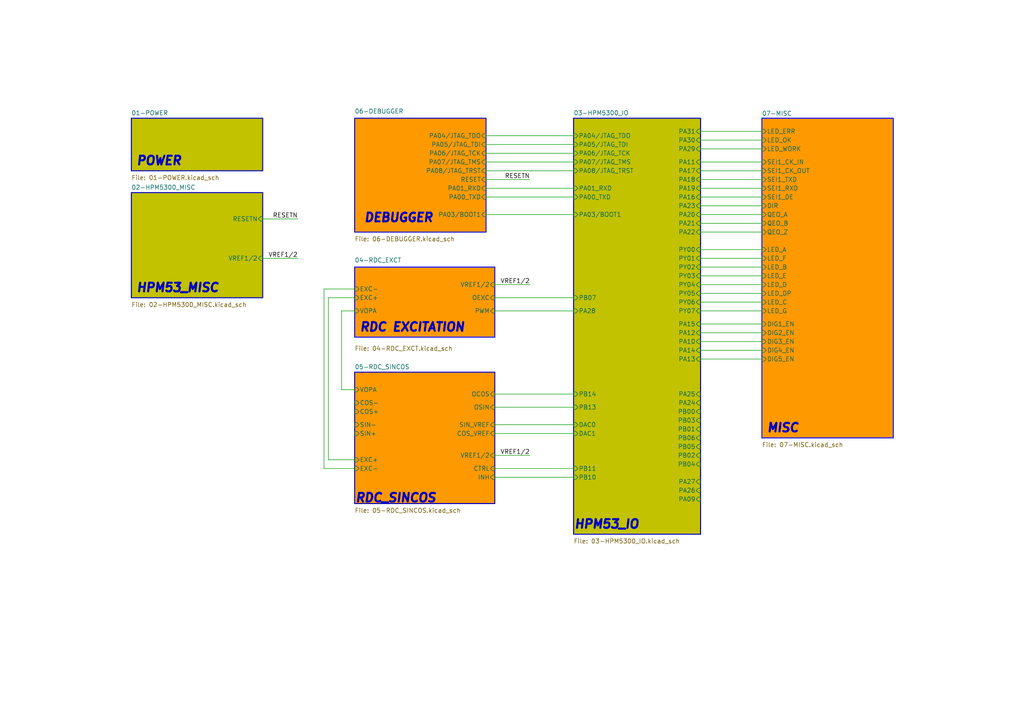
<source format=kicad_sch>
(kicad_sch (version 20230121) (generator eeschema)
  (paper "A4")
  (title_block (title "HPM5300RDCRevB") (date "2025-02-17") (rev "B") (comment 1 "MAINENTRY"))
  (lib_symbols)
  (wire (pts (xy 220.98 64.77) (xy 203.2 64.77)))
  (wire (pts (xy 140.97 41.91) (xy 166.37 41.91)))
  (wire (pts (xy 143.51 138.43) (xy 166.37 138.43)))
  (wire (pts (xy 143.51 125.73) (xy 166.37 125.73)))
  (wire (pts (xy 166.37 114.3) (xy 143.51 114.3)))
  (wire (pts (xy 95.25 133.35) (xy 102.87 133.35)))
  (wire (pts (xy 99.06 113.03) (xy 102.87 113.03)))
  (wire (pts (xy 203.2 77.47) (xy 220.98 77.47)))
  (wire (pts (xy 102.87 135.89) (xy 93.98 135.89)))
  (wire (pts (xy 140.97 52.07) (xy 153.67 52.07)))
  (wire (pts (xy 102.87 86.36) (xy 95.25 86.36)))
  (wire (pts (xy 143.51 123.19) (xy 166.37 123.19)))
  (wire (pts (xy 140.97 62.23) (xy 166.37 62.23)))
  (wire (pts (xy 166.37 90.17) (xy 143.51 90.17)))
  (wire (pts (xy 203.2 90.17) (xy 220.98 90.17)))
  (wire (pts (xy 140.97 39.37) (xy 166.37 39.37)))
  (wire (pts (xy 203.2 54.61) (xy 220.98 54.61)))
  (wire (pts (xy 203.2 93.98) (xy 220.98 93.98)))
  (wire (pts (xy 140.97 54.61) (xy 166.37 54.61)))
  (wire (pts (xy 203.2 101.6) (xy 220.98 101.6)))
  (wire (pts (xy 203.2 59.69) (xy 220.98 59.69)))
  (wire (pts (xy 203.2 49.53) (xy 220.98 49.53)))
  (wire (pts (xy 203.2 40.64) (xy 220.98 40.64)))
  (wire (pts (xy 140.97 44.45) (xy 166.37 44.45)))
  (wire (pts (xy 203.2 52.07) (xy 220.98 52.07)))
  (wire (pts (xy 143.51 118.11) (xy 166.37 118.11)))
  (wire (pts (xy 203.2 104.14) (xy 220.98 104.14)))
  (wire (pts (xy 93.98 135.89) (xy 93.98 83.82)))
  (wire (pts (xy 203.2 62.23) (xy 220.98 62.23)))
  (wire (pts (xy 203.2 99.06) (xy 220.98 99.06)))
  (wire (pts (xy 76.2 63.5) (xy 86.36 63.5)))
  (wire (pts (xy 99.06 90.17) (xy 99.06 113.03)))
  (wire (pts (xy 203.2 43.18) (xy 220.98 43.18)))
  (wire (pts (xy 140.97 49.53) (xy 166.37 49.53)))
  (wire (pts (xy 102.87 90.17) (xy 99.06 90.17)))
  (wire (pts (xy 143.51 135.89) (xy 166.37 135.89)))
  (wire (pts (xy 203.2 67.31) (xy 220.98 67.31)))
  (wire (pts (xy 143.51 82.55) (xy 153.67 82.55)))
  (wire (pts (xy 220.98 38.1) (xy 203.2 38.1)))
  (wire (pts (xy 203.2 96.52) (xy 220.98 96.52)))
  (wire (pts (xy 93.98 83.82) (xy 102.87 83.82)))
  (wire (pts (xy 203.2 85.09) (xy 220.98 85.09)))
  (wire (pts (xy 140.97 57.15) (xy 166.37 57.15)))
  (wire (pts (xy 203.2 74.93) (xy 220.98 74.93)))
  (wire (pts (xy 203.2 87.63) (xy 220.98 87.63)))
  (wire (pts (xy 203.2 57.15) (xy 220.98 57.15)))
  (wire (pts (xy 95.25 86.36) (xy 95.25 133.35)))
  (wire (pts (xy 203.2 72.39) (xy 220.98 72.39)))
  (wire (pts (xy 203.2 80.01) (xy 220.98 80.01)))
  (wire (pts (xy 76.2 74.93) (xy 86.36 74.93)))
  (wire (pts (xy 143.51 132.08) (xy 153.67 132.08)))
  (wire (pts (xy 220.98 46.99) (xy 203.2 46.99)))
  (wire (pts (xy 143.51 86.36) (xy 166.37 86.36)))
  (wire (pts (xy 140.97 46.99) (xy 166.37 46.99)))
  (wire (pts (xy 203.2 82.55) (xy 220.98 82.55)))
  (text "RDC_SINCOS" (at 102.87 146.05 0) (effects (font (size 2.5 2.5) (thickness 0.6) bold italic) (justify left bottom)))
  (text "DEBUGGER" (at 105.41 64.77 0) (effects (font (size 2.5 2.5) (thickness 0.6) bold italic) (justify left bottom)))
  (text "HPM53_IO" (at 166.37 153.67 0) (effects (font (size 2.5 2.5) (thickness 0.6) bold italic) (justify left bottom)))
  (text "HPM53_MISC" (at 39.37 85.09 0) (effects (font (size 2.5 2.5) (thickness 0.6) bold italic) (justify left bottom)))
  (text "POWER" (at 39.37 48.26 0) (effects (font (size 2.5 2.5) (thickness 0.6) bold italic) (justify left bottom)))
  (text "RDC EXCITATION" (at 104.14 96.52 0) (effects (font (size 2.5 2.5) (thickness 0.6) bold italic) (justify left bottom)))
  (text "MISC" (at 222.25 125.73 0) (effects (font (size 2.5 2.5) (thickness 0.6) bold italic) (justify left bottom)))
  (label "VREF1{slash}2" (at 153.67 132.08 180))
  (label "RESETN" (at 86.36 63.5 180))
  (label "VREF1{slash}2" (at 86.36 74.93 180))
  (label "VREF1{slash}2" (at 153.67 82.55 180))
  (label "RESETN" (at 153.67 52.07 180))
  (sheet (at 102.87 77.47) (size 40.64 20.32) (stroke (width 0.3) (color 0 0 255 1)) (fill (color 255 153 0 1.0000))
    (property "Sheetname" "04-RDC_EXCT" (at 102.87 76.2 0) (effects (justify left bottom)))
    (property "Sheetfile" "04-RDC_EXCT.kicad_sch" (at 102.87 100.33 0) (effects (justify left top)))
    (pin "EXC-" input (at 102.87 83.82 180))
    (pin "EXC+" input (at 102.87 86.36 180))
    (pin "VREF1{slash}2" input (at 143.51 82.55 0))
    (pin "PWM" input (at 143.51 90.17 0))
    (pin "OEXC" input (at 143.51 86.36 0))
    (pin "VOPA" input (at 102.87 90.17 180))
  )
  (sheet (at 102.87 107.95) (size 40.64 38.1) (stroke (width 0.3) (color 0 0 194 1)) (fill (color 255 153 0 1.0000))
    (property "Sheetname" "05-RDC_SINCOS" (at 102.87 107.1646 0) (effects (justify left bottom)))
    (property "Sheetfile" "05-RDC_SINCOS.kicad_sch" (at 102.87 147.32 0) (effects (justify left top)))
    (pin "OCOS" input (at 143.51 114.3 0))
    (pin "VREF1{slash}2" input (at 143.51 132.08 0))
    (pin "OSIN" input (at 143.51 118.11 0))
    (pin "COS-" input (at 102.87 116.84 180))
    (pin "COS+" input (at 102.87 119.38 180))
    (pin "SIN+" input (at 102.87 125.73 180))
    (pin "SIN-" input (at 102.87 123.19 180))
    (pin "EXC-" input (at 102.87 135.89 180))
    (pin "EXC+" input (at 102.87 133.35 180))
    (pin "VOPA" input (at 102.87 113.03 180))
    (pin "COS_VREF" input (at 143.51 125.73 0))
    (pin "INH" input (at 143.51 138.43 0))
    (pin "CTRL" input (at 143.51 135.89 0))
    (pin "SIN_VREF" input (at 143.51 123.19 0))
  )
  (sheet (at 38.1 34.29) (size 38.1 15.24) (stroke (width 0.3) (color 0 0 194 1)) (fill (color 194 194 0 1.0000))
    (property "Sheetname" "01-POWER" (at 38.1 33.5046 0) (effects (justify left bottom)))
    (property "Sheetfile" "01-POWER.kicad_sch" (at 38.1 50.8 0) (effects (justify left top)))
  )
  (sheet (at 166.37 34.29) (size 36.83 120.65) (stroke (width 0.3) (color 0 0 194 1)) (fill (color 194 194 0 1.0000))
    (property "Sheetname" "03-HPM5300_IO" (at 166.37 33.5046 0) (effects (justify left bottom)))
    (property "Sheetfile" "03-HPM5300_IO.kicad_sch" (at 166.37 156.21 0) (effects (justify left top)))
    (pin "PA11" input (at 203.2 46.99 0))
    (pin "PA10" input (at 203.2 99.06 0))
    (pin "PA12" input (at 203.2 96.52 0))
    (pin "DAC1" input (at 166.37 125.73 180))
    (pin "PB07" input (at 166.37 86.36 180))
    (pin "DAC0" input (at 166.37 123.19 180))
    (pin "PB13" input (at 166.37 118.11 180))
    (pin "PB14" input (at 166.37 114.3 180))
    (pin "PA19" input (at 203.2 54.61 0))
    (pin "PA17" input (at 203.2 49.53 0))
    (pin "PA13" input (at 203.2 104.14 0))
    (pin "PA14" input (at 203.2 101.6 0))
    (pin "PY07" input (at 203.2 90.17 0))
    (pin "PY05" input (at 203.2 85.09 0))
    (pin "PY04" input (at 203.2 82.55 0))
    (pin "PY06" input (at 203.2 87.63 0))
    (pin "PA16" input (at 203.2 57.15 0))
    (pin "PA18" input (at 203.2 52.07 0))
    (pin "PY02" input (at 203.2 77.47 0))
    (pin "PY01" input (at 203.2 74.93 0))
    (pin "PY00" input (at 203.2 72.39 0))
    (pin "PA28" input (at 166.37 90.17 180))
    (pin "PY03" input (at 203.2 80.01 0))
    (pin "PA07{slash}JTAG_TMS" input (at 166.37 46.99 180))
    (pin "PA04{slash}JTAG_TDO" input (at 166.37 39.37 180))
    (pin "PA05{slash}JTAG_TDI" input (at 166.37 41.91 180))
    (pin "PA06{slash}JTAG_TCK" input (at 166.37 44.45 180))
    (pin "PA08{slash}JTAG_TRST" input (at 166.37 49.53 180))
    (pin "PA00_TXD" input (at 166.37 57.15 180))
    (pin "PA03{slash}BOOT1" input (at 166.37 62.23 180))
    (pin "PA01_RXD" input (at 166.37 54.61 180))
    (pin "PA15" input (at 203.2 93.98 0))
    (pin "PA22" input (at 203.2 67.31 0))
    (pin "PA23" input (at 203.2 59.69 0))
    (pin "PA31" input (at 203.2 38.1 0))
    (pin "PA30" input (at 203.2 40.64 0))
    (pin "PA29" input (at 203.2 43.18 0))
    (pin "PA21" input (at 203.2 64.77 0))
    (pin "PA20" input (at 203.2 62.23 0))
    (pin "PA25" input (at 203.2 114.3 0))
    (pin "PA24" input (at 203.2 116.84 0))
    (pin "PB00" input (at 203.2 119.38 0))
    (pin "PB03" input (at 203.2 121.92 0))
    (pin "PB01" input (at 203.2 124.46 0))
    (pin "PB06" input (at 203.2 127 0))
    (pin "PB05" input (at 203.2 129.54 0))
    (pin "PB02" input (at 203.2 132.08 0))
    (pin "PB04" input (at 203.2 134.62 0))
    (pin "PB10" input (at 166.37 138.43 180))
    (pin "PA27" input (at 203.2 139.7 0))
    (pin "PA26" input (at 203.2 142.24 0))
    (pin "PA09" input (at 203.2 144.78 0))
    (pin "PB11" input (at 166.37 135.89 180))
  )
  (sheet (at 220.98 34.29) (size 38.1 92.71) (stroke (width 0.3) (color 0 0 255 1)) (fill (color 255 153 0 1.0000))
    (property "Sheetname" "07-MISC" (at 220.98 33.655 0) (effects (justify left bottom)))
    (property "Sheetfile" "07-MISC.kicad_sch" (at 220.98 128.27 0) (effects (justify left top)))
    (pin "LED_ERR" input (at 220.98 38.1 180))
    (pin "LED_OK" input (at 220.98 40.64 180))
    (pin "LED_WORK" input (at 220.98 43.18 180))
    (pin "SEI1_TXD" input (at 220.98 52.07 180))
    (pin "SEI1_DE" input (at 220.98 57.15 180))
    (pin "SEI1_RXD" input (at 220.98 54.61 180))
    (pin "QEO_Z" input (at 220.98 67.31 180))
    (pin "QEO_A" input (at 220.98 62.23 180))
    (pin "QEO_B" input (at 220.98 64.77 180))
    (pin "LED_E" input (at 220.98 80.01 180))
    (pin "DIG4_EN" input (at 220.98 101.6 180))
    (pin "DIG3_EN" input (at 220.98 99.06 180))
    (pin "DIG5_EN" input (at 220.98 104.14 180))
    (pin "DIG2_EN" input (at 220.98 96.52 180))
    (pin "DIG1_EN" input (at 220.98 93.98 180))
    (pin "LED_D" input (at 220.98 82.55 180))
    (pin "LED_DP" input (at 220.98 85.09 180))
    (pin "LED_C" input (at 220.98 87.63 180))
    (pin "LED_G" input (at 220.98 90.17 180))
    (pin "LED_B" input (at 220.98 77.47 180))
    (pin "LED_F" input (at 220.98 74.93 180))
    (pin "LED_A" input (at 220.98 72.39 180))
    (pin "SEI1_CK_IN" input (at 220.98 46.99 180))
    (pin "SEI1_CK_OUT" input (at 220.98 49.53 180))
    (pin "DIR" input (at 220.98 59.69 180))
  )
  (sheet (at 102.87 34.29) (size 38.1 33.02) (stroke (width 0.3) (color 0 0 194 1)) (fill (color 255 153 0 1.0000))
    (property "Sheetname" "06-DEBUGGER" (at 102.87 33.02 0) (effects (justify left bottom)))
    (property "Sheetfile" "06-DEBUGGER.kicad_sch" (at 102.87 68.58 0) (effects (justify left top)))
    (pin "RESET" input (at 140.97 52.07 0))
    (pin "PA05{slash}JTAG_TDI" input (at 140.97 41.91 0))
    (pin "PA07{slash}JTAG_TMS" input (at 140.97 46.99 0))
    (pin "PA06{slash}JTAG_TCK" input (at 140.97 44.45 0))
    (pin "PA08{slash}JTAG_TRST" input (at 140.97 49.53 0))
    (pin "PA04{slash}JTAG_TDO" input (at 140.97 39.37 0))
    (pin "PA03{slash}BOOT1" input (at 140.97 62.23 0))
    (pin "PA00_TXD" input (at 140.97 57.15 0))
    (pin "PA01_RXD" input (at 140.97 54.61 0))
  )
  (sheet (at 38.1 55.88) (size 38.1 30.48) (stroke (width 0.3) (color 0 0 194 1)) (fill (color 194 194 0 1.0000))
    (property "Sheetname" "02-HPM5300_MISC" (at 38.1 55.0946 0) (effects (justify left bottom)))
    (property "Sheetfile" "02-HPM5300_MISC.kicad_sch" (at 38.1 87.63 0) (effects (justify left top)))
    (pin "RESETN" input (at 76.2 63.5 0))
    (pin "VREF1{slash}2" input (at 76.2 74.93 0))
  )
)
</source>
